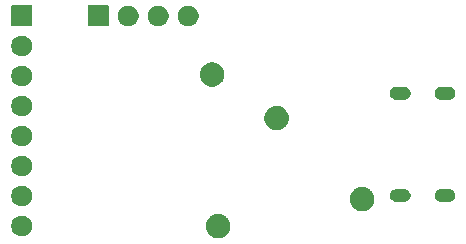
<source format=gbr>
%TF.GenerationSoftware,KiCad,Pcbnew,9.0.3-9.0.3-0~ubuntu22.04.1*%
%TF.CreationDate,2025-07-27T07:15:49-07:00*%
%TF.ProjectId,mixer-main,6d697865-722d-46d6-9169-6e2e6b696361,rev?*%
%TF.SameCoordinates,Original*%
%TF.FileFunction,Soldermask,Bot*%
%TF.FilePolarity,Negative*%
%FSLAX46Y46*%
G04 Gerber Fmt 4.6, Leading zero omitted, Abs format (unit mm)*
G04 Created by KiCad (PCBNEW 9.0.3-9.0.3-0~ubuntu22.04.1) date 2025-07-27 07:15:49*
%MOMM*%
%LPD*%
G01*
G04 APERTURE LIST*
G04 APERTURE END LIST*
G36*
X141696513Y-90406998D02*
G01*
X141706742Y-90406998D01*
X141746714Y-90414949D01*
X141847268Y-90430875D01*
X141879613Y-90441384D01*
X141906315Y-90446696D01*
X141943992Y-90462302D01*
X142002147Y-90481198D01*
X142056626Y-90508957D01*
X142094310Y-90524566D01*
X142116950Y-90539694D01*
X142147253Y-90555134D01*
X142229629Y-90614983D01*
X142263500Y-90637615D01*
X142270728Y-90644843D01*
X142278996Y-90650850D01*
X142394149Y-90766003D01*
X142400155Y-90774270D01*
X142407385Y-90781500D01*
X142430019Y-90815374D01*
X142489865Y-90897746D01*
X142505303Y-90928046D01*
X142520434Y-90950690D01*
X142536045Y-90988378D01*
X142563801Y-91042852D01*
X142582694Y-91100999D01*
X142598304Y-91138685D01*
X142603616Y-91165391D01*
X142614124Y-91197731D01*
X142630049Y-91298277D01*
X142638002Y-91338258D01*
X142638002Y-91348487D01*
X142639600Y-91358577D01*
X142639600Y-91521422D01*
X142638002Y-91531511D01*
X142638002Y-91541742D01*
X142630048Y-91581725D01*
X142614124Y-91682268D01*
X142603616Y-91714605D01*
X142598304Y-91741315D01*
X142582692Y-91779004D01*
X142563801Y-91837147D01*
X142536047Y-91891616D01*
X142520434Y-91929310D01*
X142505301Y-91951957D01*
X142489865Y-91982253D01*
X142430027Y-92064612D01*
X142407385Y-92098500D01*
X142400153Y-92105731D01*
X142394149Y-92113996D01*
X142278996Y-92229149D01*
X142270731Y-92235153D01*
X142263500Y-92242385D01*
X142229612Y-92265027D01*
X142147253Y-92324865D01*
X142116957Y-92340301D01*
X142094310Y-92355434D01*
X142056616Y-92371047D01*
X142002147Y-92398801D01*
X141944004Y-92417692D01*
X141906315Y-92433304D01*
X141879605Y-92438616D01*
X141847268Y-92449124D01*
X141746723Y-92465049D01*
X141706742Y-92473002D01*
X141696512Y-92473002D01*
X141686423Y-92474600D01*
X141523577Y-92474600D01*
X141513488Y-92473002D01*
X141503258Y-92473002D01*
X141463277Y-92465049D01*
X141362731Y-92449124D01*
X141330391Y-92438616D01*
X141303685Y-92433304D01*
X141265999Y-92417694D01*
X141207852Y-92398801D01*
X141153378Y-92371045D01*
X141115690Y-92355434D01*
X141093046Y-92340303D01*
X141062746Y-92324865D01*
X140980374Y-92265019D01*
X140946500Y-92242385D01*
X140939270Y-92235155D01*
X140931003Y-92229149D01*
X140815850Y-92113996D01*
X140809843Y-92105728D01*
X140802615Y-92098500D01*
X140779983Y-92064629D01*
X140720134Y-91982253D01*
X140704694Y-91951950D01*
X140689566Y-91929310D01*
X140673957Y-91891626D01*
X140646198Y-91837147D01*
X140627302Y-91778992D01*
X140611696Y-91741315D01*
X140606384Y-91714613D01*
X140595875Y-91682268D01*
X140579949Y-91581716D01*
X140571998Y-91541742D01*
X140571998Y-91531511D01*
X140570400Y-91521422D01*
X140570400Y-91358577D01*
X140571998Y-91348487D01*
X140571998Y-91338258D01*
X140579948Y-91298287D01*
X140595875Y-91197731D01*
X140606385Y-91165383D01*
X140611696Y-91138685D01*
X140627301Y-91101010D01*
X140646198Y-91042852D01*
X140673959Y-90988368D01*
X140689566Y-90950690D01*
X140704691Y-90928052D01*
X140720134Y-90897746D01*
X140779991Y-90815357D01*
X140802615Y-90781500D01*
X140809840Y-90774274D01*
X140815850Y-90766003D01*
X140931003Y-90650850D01*
X140939274Y-90644840D01*
X140946500Y-90637615D01*
X140980357Y-90614991D01*
X141062746Y-90555134D01*
X141093052Y-90539691D01*
X141115690Y-90524566D01*
X141153368Y-90508959D01*
X141207852Y-90481198D01*
X141266010Y-90462301D01*
X141303685Y-90446696D01*
X141330383Y-90441385D01*
X141362731Y-90430875D01*
X141463287Y-90414948D01*
X141503258Y-90406998D01*
X141513487Y-90406998D01*
X141523577Y-90405400D01*
X141686423Y-90405400D01*
X141696513Y-90406998D01*
G37*
G36*
X125225773Y-90590237D02*
G01*
X125386600Y-90656854D01*
X125531341Y-90753567D01*
X125654433Y-90876659D01*
X125751146Y-91021400D01*
X125817763Y-91182227D01*
X125851724Y-91352961D01*
X125851724Y-91527039D01*
X125817763Y-91697773D01*
X125751146Y-91858600D01*
X125654433Y-92003341D01*
X125531341Y-92126433D01*
X125386600Y-92223146D01*
X125225773Y-92289763D01*
X125055039Y-92323724D01*
X124880961Y-92323724D01*
X124710227Y-92289763D01*
X124549400Y-92223146D01*
X124404659Y-92126433D01*
X124281567Y-92003341D01*
X124184854Y-91858600D01*
X124118237Y-91697773D01*
X124084276Y-91527039D01*
X124084276Y-91352961D01*
X124118237Y-91182227D01*
X124184854Y-91021400D01*
X124281567Y-90876659D01*
X124404659Y-90753567D01*
X124549400Y-90656854D01*
X124710227Y-90590237D01*
X124880961Y-90556276D01*
X125055039Y-90556276D01*
X125225773Y-90590237D01*
G37*
G36*
X153888513Y-88120998D02*
G01*
X153898742Y-88120998D01*
X153938714Y-88128949D01*
X154039268Y-88144875D01*
X154071613Y-88155384D01*
X154098315Y-88160696D01*
X154135992Y-88176302D01*
X154194147Y-88195198D01*
X154248626Y-88222957D01*
X154286310Y-88238566D01*
X154308950Y-88253694D01*
X154339253Y-88269134D01*
X154421629Y-88328983D01*
X154455500Y-88351615D01*
X154462728Y-88358843D01*
X154470996Y-88364850D01*
X154586149Y-88480003D01*
X154592155Y-88488270D01*
X154599385Y-88495500D01*
X154622019Y-88529374D01*
X154681865Y-88611746D01*
X154697303Y-88642046D01*
X154712434Y-88664690D01*
X154728045Y-88702378D01*
X154755801Y-88756852D01*
X154774694Y-88814999D01*
X154790304Y-88852685D01*
X154795616Y-88879391D01*
X154806124Y-88911731D01*
X154822049Y-89012277D01*
X154830002Y-89052258D01*
X154830002Y-89062487D01*
X154831600Y-89072577D01*
X154831600Y-89235422D01*
X154830002Y-89245511D01*
X154830002Y-89255742D01*
X154822048Y-89295725D01*
X154806124Y-89396268D01*
X154795616Y-89428605D01*
X154790304Y-89455315D01*
X154774692Y-89493004D01*
X154755801Y-89551147D01*
X154728047Y-89605616D01*
X154712434Y-89643310D01*
X154697301Y-89665957D01*
X154681865Y-89696253D01*
X154622027Y-89778612D01*
X154599385Y-89812500D01*
X154592153Y-89819731D01*
X154586149Y-89827996D01*
X154470996Y-89943149D01*
X154462731Y-89949153D01*
X154455500Y-89956385D01*
X154421612Y-89979027D01*
X154339253Y-90038865D01*
X154308957Y-90054301D01*
X154286310Y-90069434D01*
X154248616Y-90085047D01*
X154194147Y-90112801D01*
X154136004Y-90131692D01*
X154098315Y-90147304D01*
X154071605Y-90152616D01*
X154039268Y-90163124D01*
X153938723Y-90179049D01*
X153898742Y-90187002D01*
X153888512Y-90187002D01*
X153878423Y-90188600D01*
X153715577Y-90188600D01*
X153705488Y-90187002D01*
X153695258Y-90187002D01*
X153655277Y-90179049D01*
X153554731Y-90163124D01*
X153522391Y-90152616D01*
X153495685Y-90147304D01*
X153457999Y-90131694D01*
X153399852Y-90112801D01*
X153345378Y-90085045D01*
X153307690Y-90069434D01*
X153285046Y-90054303D01*
X153254746Y-90038865D01*
X153172374Y-89979019D01*
X153138500Y-89956385D01*
X153131270Y-89949155D01*
X153123003Y-89943149D01*
X153007850Y-89827996D01*
X153001843Y-89819728D01*
X152994615Y-89812500D01*
X152971983Y-89778629D01*
X152912134Y-89696253D01*
X152896694Y-89665950D01*
X152881566Y-89643310D01*
X152865957Y-89605626D01*
X152838198Y-89551147D01*
X152819302Y-89492992D01*
X152803696Y-89455315D01*
X152798384Y-89428613D01*
X152787875Y-89396268D01*
X152771949Y-89295716D01*
X152763998Y-89255742D01*
X152763998Y-89245511D01*
X152762400Y-89235422D01*
X152762400Y-89072577D01*
X152763998Y-89062487D01*
X152763998Y-89052258D01*
X152771948Y-89012287D01*
X152787875Y-88911731D01*
X152798385Y-88879383D01*
X152803696Y-88852685D01*
X152819301Y-88815010D01*
X152838198Y-88756852D01*
X152865959Y-88702368D01*
X152881566Y-88664690D01*
X152896691Y-88642052D01*
X152912134Y-88611746D01*
X152971991Y-88529357D01*
X152994615Y-88495500D01*
X153001840Y-88488274D01*
X153007850Y-88480003D01*
X153123003Y-88364850D01*
X153131274Y-88358840D01*
X153138500Y-88351615D01*
X153172357Y-88328991D01*
X153254746Y-88269134D01*
X153285052Y-88253691D01*
X153307690Y-88238566D01*
X153345368Y-88222959D01*
X153399852Y-88195198D01*
X153458010Y-88176301D01*
X153495685Y-88160696D01*
X153522383Y-88155385D01*
X153554731Y-88144875D01*
X153655287Y-88128948D01*
X153695258Y-88120998D01*
X153705487Y-88120998D01*
X153715577Y-88119400D01*
X153878423Y-88119400D01*
X153888513Y-88120998D01*
G37*
G36*
X125225773Y-88050237D02*
G01*
X125386600Y-88116854D01*
X125531341Y-88213567D01*
X125654433Y-88336659D01*
X125751146Y-88481400D01*
X125817763Y-88642227D01*
X125851724Y-88812961D01*
X125851724Y-88987039D01*
X125817763Y-89157773D01*
X125751146Y-89318600D01*
X125654433Y-89463341D01*
X125531341Y-89586433D01*
X125386600Y-89683146D01*
X125225773Y-89749763D01*
X125055039Y-89783724D01*
X124880961Y-89783724D01*
X124710227Y-89749763D01*
X124549400Y-89683146D01*
X124404659Y-89586433D01*
X124281567Y-89463341D01*
X124184854Y-89318600D01*
X124118237Y-89157773D01*
X124084276Y-88987039D01*
X124084276Y-88812961D01*
X124118237Y-88642227D01*
X124184854Y-88481400D01*
X124281567Y-88336659D01*
X124404659Y-88213567D01*
X124549400Y-88116854D01*
X124710227Y-88050237D01*
X124880961Y-88016276D01*
X125055039Y-88016276D01*
X125225773Y-88050237D01*
G37*
G36*
X157440223Y-88319603D02*
G01*
X157575884Y-88355953D01*
X157697514Y-88426176D01*
X157796824Y-88525486D01*
X157867047Y-88647116D01*
X157903397Y-88782777D01*
X157903397Y-88923223D01*
X157867047Y-89058884D01*
X157796824Y-89180514D01*
X157697514Y-89279824D01*
X157575884Y-89350047D01*
X157440223Y-89386397D01*
X157370000Y-89391000D01*
X157367870Y-89391000D01*
X156672130Y-89391000D01*
X156670000Y-89391000D01*
X156599777Y-89386397D01*
X156464116Y-89350047D01*
X156342486Y-89279824D01*
X156243176Y-89180514D01*
X156172953Y-89058884D01*
X156136603Y-88923223D01*
X156136603Y-88782777D01*
X156172953Y-88647116D01*
X156243176Y-88525486D01*
X156342486Y-88426176D01*
X156464116Y-88355953D01*
X156599777Y-88319603D01*
X156670000Y-88315000D01*
X157370000Y-88315000D01*
X157440223Y-88319603D01*
G37*
G36*
X161240223Y-88319603D02*
G01*
X161375884Y-88355953D01*
X161497514Y-88426176D01*
X161596824Y-88525486D01*
X161667047Y-88647116D01*
X161703397Y-88782777D01*
X161703397Y-88923223D01*
X161667047Y-89058884D01*
X161596824Y-89180514D01*
X161497514Y-89279824D01*
X161375884Y-89350047D01*
X161240223Y-89386397D01*
X161170000Y-89391000D01*
X161167870Y-89391000D01*
X160472130Y-89391000D01*
X160470000Y-89391000D01*
X160399777Y-89386397D01*
X160264116Y-89350047D01*
X160142486Y-89279824D01*
X160043176Y-89180514D01*
X159972953Y-89058884D01*
X159936603Y-88923223D01*
X159936603Y-88782777D01*
X159972953Y-88647116D01*
X160043176Y-88525486D01*
X160142486Y-88426176D01*
X160264116Y-88355953D01*
X160399777Y-88319603D01*
X160470000Y-88315000D01*
X161170000Y-88315000D01*
X161240223Y-88319603D01*
G37*
G36*
X125225773Y-85510237D02*
G01*
X125386600Y-85576854D01*
X125531341Y-85673567D01*
X125654433Y-85796659D01*
X125751146Y-85941400D01*
X125817763Y-86102227D01*
X125851724Y-86272961D01*
X125851724Y-86447039D01*
X125817763Y-86617773D01*
X125751146Y-86778600D01*
X125654433Y-86923341D01*
X125531341Y-87046433D01*
X125386600Y-87143146D01*
X125225773Y-87209763D01*
X125055039Y-87243724D01*
X124880961Y-87243724D01*
X124710227Y-87209763D01*
X124549400Y-87143146D01*
X124404659Y-87046433D01*
X124281567Y-86923341D01*
X124184854Y-86778600D01*
X124118237Y-86617773D01*
X124084276Y-86447039D01*
X124084276Y-86272961D01*
X124118237Y-86102227D01*
X124184854Y-85941400D01*
X124281567Y-85796659D01*
X124404659Y-85673567D01*
X124549400Y-85576854D01*
X124710227Y-85510237D01*
X124880961Y-85476276D01*
X125055039Y-85476276D01*
X125225773Y-85510237D01*
G37*
G36*
X125225773Y-82970237D02*
G01*
X125386600Y-83036854D01*
X125531341Y-83133567D01*
X125654433Y-83256659D01*
X125751146Y-83401400D01*
X125817763Y-83562227D01*
X125851724Y-83732961D01*
X125851724Y-83907039D01*
X125817763Y-84077773D01*
X125751146Y-84238600D01*
X125654433Y-84383341D01*
X125531341Y-84506433D01*
X125386600Y-84603146D01*
X125225773Y-84669763D01*
X125055039Y-84703724D01*
X124880961Y-84703724D01*
X124710227Y-84669763D01*
X124549400Y-84603146D01*
X124404659Y-84506433D01*
X124281567Y-84383341D01*
X124184854Y-84238600D01*
X124118237Y-84077773D01*
X124084276Y-83907039D01*
X124084276Y-83732961D01*
X124118237Y-83562227D01*
X124184854Y-83401400D01*
X124281567Y-83256659D01*
X124404659Y-83133567D01*
X124549400Y-83036854D01*
X124710227Y-82970237D01*
X124880961Y-82936276D01*
X125055039Y-82936276D01*
X125225773Y-82970237D01*
G37*
G36*
X146649513Y-81262998D02*
G01*
X146659742Y-81262998D01*
X146699714Y-81270949D01*
X146800268Y-81286875D01*
X146832613Y-81297384D01*
X146859315Y-81302696D01*
X146896992Y-81318302D01*
X146955147Y-81337198D01*
X147009626Y-81364957D01*
X147047310Y-81380566D01*
X147069950Y-81395694D01*
X147100253Y-81411134D01*
X147182629Y-81470983D01*
X147216500Y-81493615D01*
X147223728Y-81500843D01*
X147231996Y-81506850D01*
X147347149Y-81622003D01*
X147353155Y-81630270D01*
X147360385Y-81637500D01*
X147383019Y-81671374D01*
X147442865Y-81753746D01*
X147458303Y-81784046D01*
X147473434Y-81806690D01*
X147489045Y-81844378D01*
X147516801Y-81898852D01*
X147535694Y-81956999D01*
X147551304Y-81994685D01*
X147556616Y-82021391D01*
X147567124Y-82053731D01*
X147583049Y-82154277D01*
X147591002Y-82194258D01*
X147591002Y-82204487D01*
X147592600Y-82214577D01*
X147592600Y-82377422D01*
X147591002Y-82387511D01*
X147591002Y-82397742D01*
X147583048Y-82437725D01*
X147567124Y-82538268D01*
X147556616Y-82570605D01*
X147551304Y-82597315D01*
X147535692Y-82635004D01*
X147516801Y-82693147D01*
X147489047Y-82747616D01*
X147473434Y-82785310D01*
X147458301Y-82807957D01*
X147442865Y-82838253D01*
X147383027Y-82920612D01*
X147360385Y-82954500D01*
X147353153Y-82961731D01*
X147347149Y-82969996D01*
X147231996Y-83085149D01*
X147223731Y-83091153D01*
X147216500Y-83098385D01*
X147182612Y-83121027D01*
X147100253Y-83180865D01*
X147069957Y-83196301D01*
X147047310Y-83211434D01*
X147009616Y-83227047D01*
X146955147Y-83254801D01*
X146897004Y-83273692D01*
X146859315Y-83289304D01*
X146832605Y-83294616D01*
X146800268Y-83305124D01*
X146699723Y-83321049D01*
X146659742Y-83329002D01*
X146649512Y-83329002D01*
X146639423Y-83330600D01*
X146476577Y-83330600D01*
X146466488Y-83329002D01*
X146456258Y-83329002D01*
X146416277Y-83321049D01*
X146315731Y-83305124D01*
X146283391Y-83294616D01*
X146256685Y-83289304D01*
X146218999Y-83273694D01*
X146160852Y-83254801D01*
X146106378Y-83227045D01*
X146068690Y-83211434D01*
X146046046Y-83196303D01*
X146015746Y-83180865D01*
X145933374Y-83121019D01*
X145899500Y-83098385D01*
X145892270Y-83091155D01*
X145884003Y-83085149D01*
X145768850Y-82969996D01*
X145762843Y-82961728D01*
X145755615Y-82954500D01*
X145732983Y-82920629D01*
X145673134Y-82838253D01*
X145657694Y-82807950D01*
X145642566Y-82785310D01*
X145626957Y-82747626D01*
X145599198Y-82693147D01*
X145580302Y-82634992D01*
X145564696Y-82597315D01*
X145559384Y-82570613D01*
X145548875Y-82538268D01*
X145532949Y-82437716D01*
X145524998Y-82397742D01*
X145524998Y-82387511D01*
X145523400Y-82377422D01*
X145523400Y-82214577D01*
X145524998Y-82204487D01*
X145524998Y-82194258D01*
X145532948Y-82154287D01*
X145548875Y-82053731D01*
X145559385Y-82021383D01*
X145564696Y-81994685D01*
X145580301Y-81957010D01*
X145599198Y-81898852D01*
X145626959Y-81844368D01*
X145642566Y-81806690D01*
X145657691Y-81784052D01*
X145673134Y-81753746D01*
X145732991Y-81671357D01*
X145755615Y-81637500D01*
X145762840Y-81630274D01*
X145768850Y-81622003D01*
X145884003Y-81506850D01*
X145892274Y-81500840D01*
X145899500Y-81493615D01*
X145933357Y-81470991D01*
X146015746Y-81411134D01*
X146046052Y-81395691D01*
X146068690Y-81380566D01*
X146106368Y-81364959D01*
X146160852Y-81337198D01*
X146219010Y-81318301D01*
X146256685Y-81302696D01*
X146283383Y-81297385D01*
X146315731Y-81286875D01*
X146416287Y-81270948D01*
X146456258Y-81262998D01*
X146466487Y-81262998D01*
X146476577Y-81261400D01*
X146639423Y-81261400D01*
X146649513Y-81262998D01*
G37*
G36*
X125225773Y-80430237D02*
G01*
X125386600Y-80496854D01*
X125531341Y-80593567D01*
X125654433Y-80716659D01*
X125751146Y-80861400D01*
X125817763Y-81022227D01*
X125851724Y-81192961D01*
X125851724Y-81367039D01*
X125817763Y-81537773D01*
X125751146Y-81698600D01*
X125654433Y-81843341D01*
X125531341Y-81966433D01*
X125386600Y-82063146D01*
X125225773Y-82129763D01*
X125055039Y-82163724D01*
X124880961Y-82163724D01*
X124710227Y-82129763D01*
X124549400Y-82063146D01*
X124404659Y-81966433D01*
X124281567Y-81843341D01*
X124184854Y-81698600D01*
X124118237Y-81537773D01*
X124084276Y-81367039D01*
X124084276Y-81192961D01*
X124118237Y-81022227D01*
X124184854Y-80861400D01*
X124281567Y-80716659D01*
X124404659Y-80593567D01*
X124549400Y-80496854D01*
X124710227Y-80430237D01*
X124880961Y-80396276D01*
X125055039Y-80396276D01*
X125225773Y-80430237D01*
G37*
G36*
X157440223Y-79679603D02*
G01*
X157575884Y-79715953D01*
X157697514Y-79786176D01*
X157796824Y-79885486D01*
X157867047Y-80007116D01*
X157903397Y-80142777D01*
X157903397Y-80283223D01*
X157867047Y-80418884D01*
X157796824Y-80540514D01*
X157697514Y-80639824D01*
X157575884Y-80710047D01*
X157440223Y-80746397D01*
X157370000Y-80751000D01*
X157367870Y-80751000D01*
X156672130Y-80751000D01*
X156670000Y-80751000D01*
X156599777Y-80746397D01*
X156464116Y-80710047D01*
X156342486Y-80639824D01*
X156243176Y-80540514D01*
X156172953Y-80418884D01*
X156136603Y-80283223D01*
X156136603Y-80142777D01*
X156172953Y-80007116D01*
X156243176Y-79885486D01*
X156342486Y-79786176D01*
X156464116Y-79715953D01*
X156599777Y-79679603D01*
X156670000Y-79675000D01*
X157370000Y-79675000D01*
X157440223Y-79679603D01*
G37*
G36*
X161240223Y-79679603D02*
G01*
X161375884Y-79715953D01*
X161497514Y-79786176D01*
X161596824Y-79885486D01*
X161667047Y-80007116D01*
X161703397Y-80142777D01*
X161703397Y-80283223D01*
X161667047Y-80418884D01*
X161596824Y-80540514D01*
X161497514Y-80639824D01*
X161375884Y-80710047D01*
X161240223Y-80746397D01*
X161170000Y-80751000D01*
X161167870Y-80751000D01*
X160472130Y-80751000D01*
X160470000Y-80751000D01*
X160399777Y-80746397D01*
X160264116Y-80710047D01*
X160142486Y-80639824D01*
X160043176Y-80540514D01*
X159972953Y-80418884D01*
X159936603Y-80283223D01*
X159936603Y-80142777D01*
X159972953Y-80007116D01*
X160043176Y-79885486D01*
X160142486Y-79786176D01*
X160264116Y-79715953D01*
X160399777Y-79679603D01*
X160470000Y-79675000D01*
X161170000Y-79675000D01*
X161240223Y-79679603D01*
G37*
G36*
X141188513Y-77579998D02*
G01*
X141198742Y-77579998D01*
X141238714Y-77587949D01*
X141339268Y-77603875D01*
X141371613Y-77614384D01*
X141398315Y-77619696D01*
X141435992Y-77635302D01*
X141494147Y-77654198D01*
X141548626Y-77681957D01*
X141586310Y-77697566D01*
X141608950Y-77712694D01*
X141639253Y-77728134D01*
X141721629Y-77787983D01*
X141755500Y-77810615D01*
X141762728Y-77817843D01*
X141770996Y-77823850D01*
X141886149Y-77939003D01*
X141892155Y-77947270D01*
X141899385Y-77954500D01*
X141922019Y-77988374D01*
X141981865Y-78070746D01*
X141997303Y-78101046D01*
X142012434Y-78123690D01*
X142028045Y-78161378D01*
X142055801Y-78215852D01*
X142074694Y-78273999D01*
X142090304Y-78311685D01*
X142095616Y-78338391D01*
X142106124Y-78370731D01*
X142122049Y-78471277D01*
X142130002Y-78511258D01*
X142130002Y-78521487D01*
X142131600Y-78531577D01*
X142131600Y-78694422D01*
X142130002Y-78704511D01*
X142130002Y-78714742D01*
X142122048Y-78754725D01*
X142106124Y-78855268D01*
X142095616Y-78887605D01*
X142090304Y-78914315D01*
X142074692Y-78952004D01*
X142055801Y-79010147D01*
X142028047Y-79064616D01*
X142012434Y-79102310D01*
X141997301Y-79124957D01*
X141981865Y-79155253D01*
X141922027Y-79237612D01*
X141899385Y-79271500D01*
X141892153Y-79278731D01*
X141886149Y-79286996D01*
X141770996Y-79402149D01*
X141762731Y-79408153D01*
X141755500Y-79415385D01*
X141721612Y-79438027D01*
X141639253Y-79497865D01*
X141608957Y-79513301D01*
X141586310Y-79528434D01*
X141548616Y-79544047D01*
X141494147Y-79571801D01*
X141436004Y-79590692D01*
X141398315Y-79606304D01*
X141371605Y-79611616D01*
X141339268Y-79622124D01*
X141238723Y-79638049D01*
X141198742Y-79646002D01*
X141188512Y-79646002D01*
X141178423Y-79647600D01*
X141015577Y-79647600D01*
X141005488Y-79646002D01*
X140995258Y-79646002D01*
X140955277Y-79638049D01*
X140854731Y-79622124D01*
X140822391Y-79611616D01*
X140795685Y-79606304D01*
X140757999Y-79590694D01*
X140699852Y-79571801D01*
X140645378Y-79544045D01*
X140607690Y-79528434D01*
X140585046Y-79513303D01*
X140554746Y-79497865D01*
X140472374Y-79438019D01*
X140438500Y-79415385D01*
X140431270Y-79408155D01*
X140423003Y-79402149D01*
X140307850Y-79286996D01*
X140301843Y-79278728D01*
X140294615Y-79271500D01*
X140271983Y-79237629D01*
X140212134Y-79155253D01*
X140196694Y-79124950D01*
X140181566Y-79102310D01*
X140165957Y-79064626D01*
X140138198Y-79010147D01*
X140119302Y-78951992D01*
X140103696Y-78914315D01*
X140098384Y-78887613D01*
X140087875Y-78855268D01*
X140071949Y-78754716D01*
X140063998Y-78714742D01*
X140063998Y-78704511D01*
X140062400Y-78694422D01*
X140062400Y-78531577D01*
X140063998Y-78521487D01*
X140063998Y-78511258D01*
X140071948Y-78471287D01*
X140087875Y-78370731D01*
X140098385Y-78338383D01*
X140103696Y-78311685D01*
X140119301Y-78274010D01*
X140138198Y-78215852D01*
X140165959Y-78161368D01*
X140181566Y-78123690D01*
X140196691Y-78101052D01*
X140212134Y-78070746D01*
X140271991Y-77988357D01*
X140294615Y-77954500D01*
X140301840Y-77947274D01*
X140307850Y-77939003D01*
X140423003Y-77823850D01*
X140431274Y-77817840D01*
X140438500Y-77810615D01*
X140472357Y-77787991D01*
X140554746Y-77728134D01*
X140585052Y-77712691D01*
X140607690Y-77697566D01*
X140645368Y-77681959D01*
X140699852Y-77654198D01*
X140758010Y-77635301D01*
X140795685Y-77619696D01*
X140822383Y-77614385D01*
X140854731Y-77603875D01*
X140955287Y-77587948D01*
X140995258Y-77579998D01*
X141005487Y-77579998D01*
X141015577Y-77578400D01*
X141178423Y-77578400D01*
X141188513Y-77579998D01*
G37*
G36*
X125225773Y-77890237D02*
G01*
X125386600Y-77956854D01*
X125531341Y-78053567D01*
X125654433Y-78176659D01*
X125751146Y-78321400D01*
X125817763Y-78482227D01*
X125851724Y-78652961D01*
X125851724Y-78827039D01*
X125817763Y-78997773D01*
X125751146Y-79158600D01*
X125654433Y-79303341D01*
X125531341Y-79426433D01*
X125386600Y-79523146D01*
X125225773Y-79589763D01*
X125055039Y-79623724D01*
X124880961Y-79623724D01*
X124710227Y-79589763D01*
X124549400Y-79523146D01*
X124404659Y-79426433D01*
X124281567Y-79303341D01*
X124184854Y-79158600D01*
X124118237Y-78997773D01*
X124084276Y-78827039D01*
X124084276Y-78652961D01*
X124118237Y-78482227D01*
X124184854Y-78321400D01*
X124281567Y-78176659D01*
X124404659Y-78053567D01*
X124549400Y-77956854D01*
X124710227Y-77890237D01*
X124880961Y-77856276D01*
X125055039Y-77856276D01*
X125225773Y-77890237D01*
G37*
G36*
X125225773Y-75350237D02*
G01*
X125386600Y-75416854D01*
X125531341Y-75513567D01*
X125654433Y-75636659D01*
X125751146Y-75781400D01*
X125817763Y-75942227D01*
X125851724Y-76112961D01*
X125851724Y-76287039D01*
X125817763Y-76457773D01*
X125751146Y-76618600D01*
X125654433Y-76763341D01*
X125531341Y-76886433D01*
X125386600Y-76983146D01*
X125225773Y-77049763D01*
X125055039Y-77083724D01*
X124880961Y-77083724D01*
X124710227Y-77049763D01*
X124549400Y-76983146D01*
X124404659Y-76886433D01*
X124281567Y-76763341D01*
X124184854Y-76618600D01*
X124118237Y-76457773D01*
X124084276Y-76287039D01*
X124084276Y-76112961D01*
X124118237Y-75942227D01*
X124184854Y-75781400D01*
X124281567Y-75636659D01*
X124404659Y-75513567D01*
X124549400Y-75416854D01*
X124710227Y-75350237D01*
X124880961Y-75316276D01*
X125055039Y-75316276D01*
X125225773Y-75350237D01*
G37*
G36*
X125832542Y-72774893D02*
G01*
X125844870Y-72783130D01*
X125853107Y-72795458D01*
X125856000Y-72810000D01*
X125856000Y-74510000D01*
X125853107Y-74524542D01*
X125844870Y-74536870D01*
X125832542Y-74545107D01*
X125818000Y-74548000D01*
X124118000Y-74548000D01*
X124103458Y-74545107D01*
X124091130Y-74536870D01*
X124082893Y-74524542D01*
X124080000Y-74510000D01*
X124080000Y-72810000D01*
X124082893Y-72795458D01*
X124091130Y-72783130D01*
X124103458Y-72774893D01*
X124118000Y-72772000D01*
X125818000Y-72772000D01*
X125832542Y-72774893D01*
G37*
G36*
X132309542Y-72774893D02*
G01*
X132321870Y-72783130D01*
X132330107Y-72795458D01*
X132333000Y-72810000D01*
X132333000Y-74510000D01*
X132330107Y-74524542D01*
X132321870Y-74536870D01*
X132309542Y-74545107D01*
X132295000Y-74548000D01*
X130595000Y-74548000D01*
X130580458Y-74545107D01*
X130568130Y-74536870D01*
X130559893Y-74524542D01*
X130557000Y-74510000D01*
X130557000Y-72810000D01*
X130559893Y-72795458D01*
X130568130Y-72783130D01*
X130580458Y-72774893D01*
X130595000Y-72772000D01*
X132295000Y-72772000D01*
X132309542Y-72774893D01*
G37*
G36*
X134242773Y-72810237D02*
G01*
X134403600Y-72876854D01*
X134548341Y-72973567D01*
X134671433Y-73096659D01*
X134768146Y-73241400D01*
X134834763Y-73402227D01*
X134868724Y-73572961D01*
X134868724Y-73747039D01*
X134834763Y-73917773D01*
X134768146Y-74078600D01*
X134671433Y-74223341D01*
X134548341Y-74346433D01*
X134403600Y-74443146D01*
X134242773Y-74509763D01*
X134072039Y-74543724D01*
X133897961Y-74543724D01*
X133727227Y-74509763D01*
X133566400Y-74443146D01*
X133421659Y-74346433D01*
X133298567Y-74223341D01*
X133201854Y-74078600D01*
X133135237Y-73917773D01*
X133101276Y-73747039D01*
X133101276Y-73572961D01*
X133135237Y-73402227D01*
X133201854Y-73241400D01*
X133298567Y-73096659D01*
X133421659Y-72973567D01*
X133566400Y-72876854D01*
X133727227Y-72810237D01*
X133897961Y-72776276D01*
X134072039Y-72776276D01*
X134242773Y-72810237D01*
G37*
G36*
X136782773Y-72810237D02*
G01*
X136943600Y-72876854D01*
X137088341Y-72973567D01*
X137211433Y-73096659D01*
X137308146Y-73241400D01*
X137374763Y-73402227D01*
X137408724Y-73572961D01*
X137408724Y-73747039D01*
X137374763Y-73917773D01*
X137308146Y-74078600D01*
X137211433Y-74223341D01*
X137088341Y-74346433D01*
X136943600Y-74443146D01*
X136782773Y-74509763D01*
X136612039Y-74543724D01*
X136437961Y-74543724D01*
X136267227Y-74509763D01*
X136106400Y-74443146D01*
X135961659Y-74346433D01*
X135838567Y-74223341D01*
X135741854Y-74078600D01*
X135675237Y-73917773D01*
X135641276Y-73747039D01*
X135641276Y-73572961D01*
X135675237Y-73402227D01*
X135741854Y-73241400D01*
X135838567Y-73096659D01*
X135961659Y-72973567D01*
X136106400Y-72876854D01*
X136267227Y-72810237D01*
X136437961Y-72776276D01*
X136612039Y-72776276D01*
X136782773Y-72810237D01*
G37*
G36*
X139322773Y-72810237D02*
G01*
X139483600Y-72876854D01*
X139628341Y-72973567D01*
X139751433Y-73096659D01*
X139848146Y-73241400D01*
X139914763Y-73402227D01*
X139948724Y-73572961D01*
X139948724Y-73747039D01*
X139914763Y-73917773D01*
X139848146Y-74078600D01*
X139751433Y-74223341D01*
X139628341Y-74346433D01*
X139483600Y-74443146D01*
X139322773Y-74509763D01*
X139152039Y-74543724D01*
X138977961Y-74543724D01*
X138807227Y-74509763D01*
X138646400Y-74443146D01*
X138501659Y-74346433D01*
X138378567Y-74223341D01*
X138281854Y-74078600D01*
X138215237Y-73917773D01*
X138181276Y-73747039D01*
X138181276Y-73572961D01*
X138215237Y-73402227D01*
X138281854Y-73241400D01*
X138378567Y-73096659D01*
X138501659Y-72973567D01*
X138646400Y-72876854D01*
X138807227Y-72810237D01*
X138977961Y-72776276D01*
X139152039Y-72776276D01*
X139322773Y-72810237D01*
G37*
M02*

</source>
